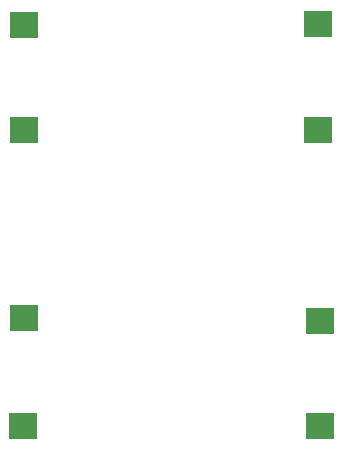
<source format=gbr>
G04 EAGLE Gerber RS-274X export*
G75*
%MOMM*%
%FSLAX34Y34*%
%LPD*%
%INSolderpaste Bottom*%
%IPPOS*%
%AMOC8*
5,1,8,0,0,1.08239X$1,22.5*%
G01*
%ADD10R,0.635000X1.270000*%
%ADD11R,2.438400X2.286000*%


D10*
X251151Y398780D03*
X259389Y398780D03*
D11*
X255270Y398780D03*
D10*
X259389Y487680D03*
X251151Y487680D03*
D11*
X255270Y487680D03*
D10*
X508309Y488950D03*
X500071Y488950D03*
D11*
X504190Y488950D03*
D10*
X500071Y398780D03*
X508309Y398780D03*
D11*
X504190Y398780D03*
D10*
X258119Y148590D03*
X249881Y148590D03*
D11*
X254000Y148590D03*
D10*
X251151Y240030D03*
X259389Y240030D03*
D11*
X255270Y240030D03*
D10*
X509579Y148590D03*
X501341Y148590D03*
D11*
X505460Y148590D03*
D10*
X501341Y237490D03*
X509579Y237490D03*
D11*
X505460Y237490D03*
M02*

</source>
